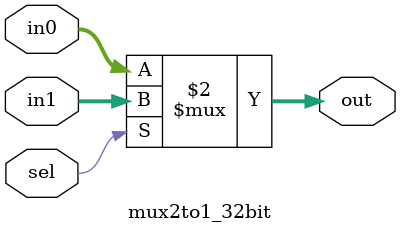
<source format=v>
module mux2to1_32bit (
    input wire [31:0] in0,  
    input wire [31:0] in1,  
    input wire sel,        
    output wire [31:0] out  
);

    assign out = (sel == 1'b0) ? in0 : in1;

endmodule

</source>
